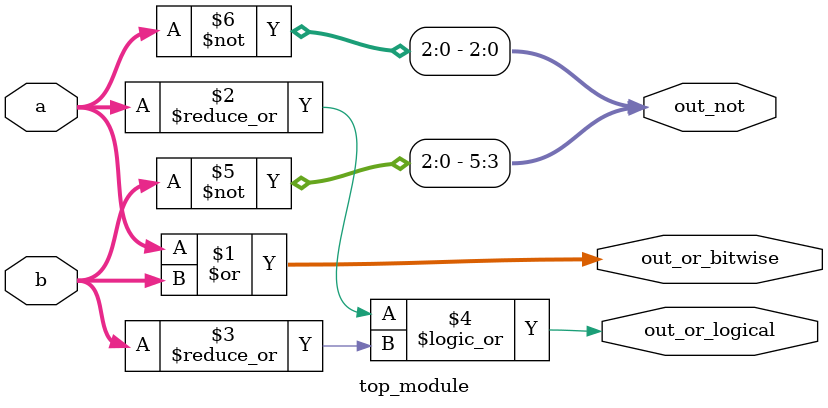
<source format=sv>
module top_module(
    input [2:0] a, 
    input [2:0] b, 
    output [2:0] out_or_bitwise,
    output out_or_logical,
    output [5:0] out_not
);

// Bitwise OR
assign out_or_bitwise = a | b;

// Logical OR
assign out_or_logical = |a || |b;

// Inverse (NOT) of inputs
assign out_not[5:3] = ~b;
assign out_not[2:0] = ~a;

endmodule

</source>
